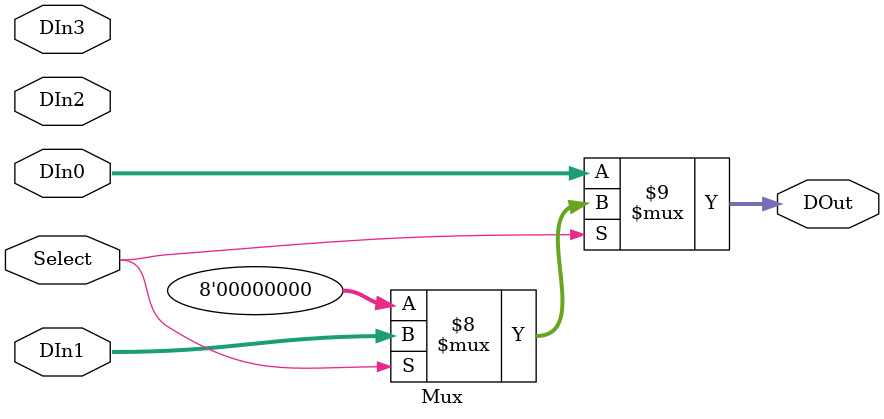
<source format=v>
`default_nettype none


module Mux
#(
    parameter DataWidth = 8,
    parameter SelectSize = 1)
(
   input wire [SelectSize-1:0] Select,
   input wire [DataWidth-1:0] DIn0,  // Data input
   input wire [DataWidth-1:0] DIn1,  // Data input
   input wire [DataWidth-1:0] DIn2,  // Data input
   input wire [DataWidth-1:0] DIn3,  // Data input
   output wire [DataWidth-1:0] DOut  // Output
);

assign DOut = (Select == 2'b00) ? DIn0 :
                (Select == 2'b01) ? DIn1 :
                (Select == 2'b10) ? DIn2 :
                (Select == 2'b11) ? DIn3 :
                1'b0;

// Requires output defined as "reg"
// always @(Select, DIn0, DIn1, DIn2, DIn3) begin
//     case (Select[SelectSize-1:0])
//         4'b0000 : DOut  = DIn0;
//         4'b0001 : DOut  = DIn1;
//         4'b0010 : DOut  = DIn2;
//         4'b0011 : DOut  = DIn3;
//         default : DOut  = 1'b0;
//     endcase
// end

// Async one-hot
// assign output = (Select == 4'b0001) ? input_1 :
//                 (Select == 4'b0010) ? input_2 :
//                 (Select == 4'b0100) ? input_2 :
//                 (Select == 4'b1000) ? input_2 :
//                 1'b0;
endmodule

</source>
